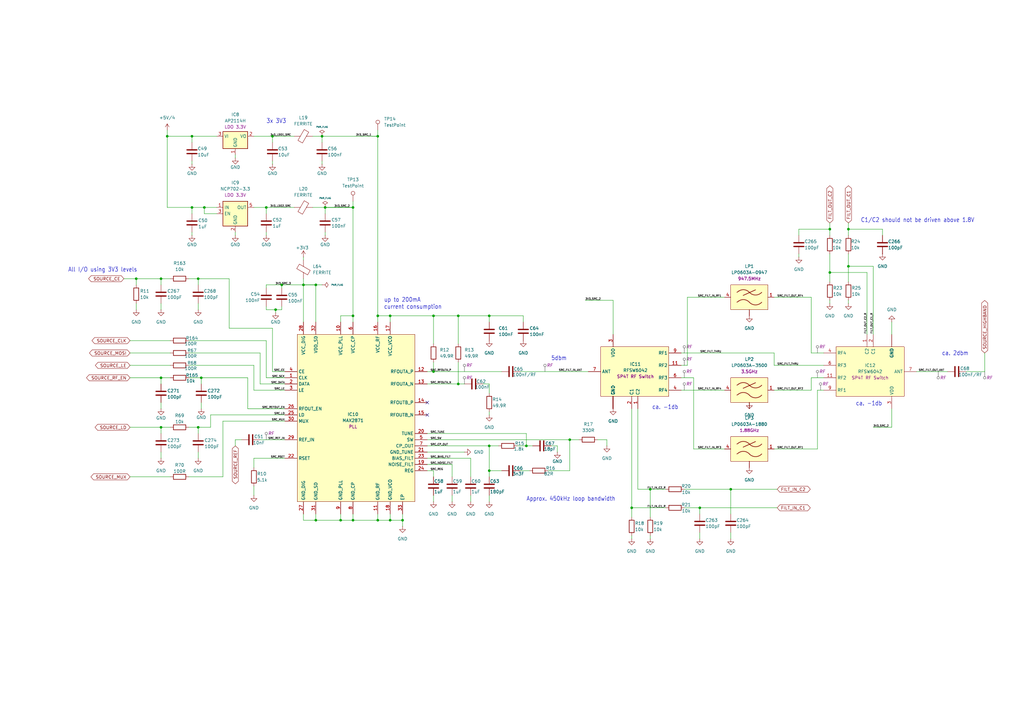
<source format=kicad_sch>
(kicad_sch (version 20231120) (generator "eeschema") (generator_version "8.0")
  (paper "A3")
  (title_block (title "HF Source") (company "LibreVNA"))
  (lib_symbols
    (symbol "Connector:TestPoint" (pin_numbers hide) (pin_names (offset 0.762) hide)
      (property "Reference" "TP" (at 0 6.858 0))
      (property "Value" "TestPoint" (at 0 5.08 0))
      (symbol "TestPoint_1_1"
        (pin passive line (at 0 0 90) (length 2.54) (name "1") (number "1"))
      )
    )
    (symbol "Device:C" (pin_numbers hide) (pin_names (offset 0.254))
      (property "Reference" "C" (at 0.635 2.54 0))
      (property "Value" "C" (at 0.635 -2.54 0))
      (symbol "C_1_1"
        (pin passive line (at 0 3.81 270) (length 2.794) (name "~") (number "1"))
        (pin passive line (at 0 -3.81 90) (length 2.794) (name "~") (number "2"))
      )
    )
    (symbol "Device:FerriteBead" (pin_numbers hide) (pin_names (offset 0))
      (property "Reference" "FB" (at -3.81 0.635 90))
      (property "Value" "FerriteBead" (at 3.81 0 90))
      (symbol "FerriteBead_1_1"
        (pin passive line (at 0 3.81 270) (length 2.54) (name "~") (number "1"))
        (pin passive line (at 0 -3.81 90) (length 2.54) (name "~") (number "2"))
      )
    )
    (symbol "Device:R" (pin_numbers hide) (pin_names (offset 0))
      (property "Reference" "R" (at 2.032 0 90))
      (property "Value" "R" (at 0 0 90))
      (symbol "R_1_1"
        (pin passive line (at 0 3.81 270) (length 1.27) (name "~") (number "1"))
        (pin passive line (at 0 -3.81 90) (length 1.27) (name "~") (number "2"))
      )
    )
    (symbol "Regulator_Linear:AMS1117-3.3"
      (property "Reference" "U" (at -3.81 3.175 0))
      (property "Value" "AMS1117-3.3" (at 0 3.175 0))
      (symbol "AMS1117-3.3_1_1"
        (pin power_in line (at 0 -7.62 90) (length 2.54) (name "GND") (number "1"))
        (pin power_out line (at 7.62 0 180) (length 2.54) (name "VO") (number "2"))
        (pin power_in line (at -7.62 0 0) (length 2.54) (name "VI") (number "3"))
      )
    )
    (symbol "Regulator_Linear:NCP718xSN120"
      (property "Reference" "U" (at -3.81 6.35 0))
      (property "Value" "NCP718xSN120" (at 6.35 6.35 0))
      (symbol "NCP718xSN120_0_1"
        (pin power_in line (at -7.62 2.54 0) (length 2.54) (name "IN") (number "1"))
        (pin power_in line (at 0 -7.62 90) (length 2.54) (name "GND") (number "2"))
        (pin input line (at -7.62 0 0) (length 2.54) (name "EN") (number "3"))
        (pin no_connect line (at 5.08 0 180) (length 2.54) hide (name "NC") (number "4"))
        (pin power_out line (at 7.62 2.54 180) (length 2.54) (name "OUT") (number "5"))
      )
    )
    (symbol "VNA:LP0603A"
      (property "Reference" "LP" (at -1.016 7.62 0))
      (property "Value" "LP0603A" (at -4.318 5.588 0))
      (symbol "LP0603A_1_0"
        (pin bidirectional line (at 10.16 0 180) (length 2.54) (name "OUT") (number "1"))
        (pin power_in line (at 0 -7.62 90) (length 2.54) (name "GND") (number "2"))
        (pin passive line (at 0 -7.62 90) (length 2.54) (name "GND") (number "3"))
        (pin bidirectional line (at -10.16 0 0) (length 2.54) (name "IN") (number "4"))
      )
    )
    (symbol "VNA:MAX2871"
      (property "Reference" "IC" (at 20.066 39.624 0))
      (property "Value" "MAX2871" (at 19.812 36.322 0))
      (symbol "MAX2871_1_0"
        (pin input line (at -27.94 17.78 0) (length 5.08) (name "CLK") (number "1"))
        (pin power_in line (at -5.08 40.64 270) (length 5.08) (name "VCC_PLL") (number "10"))
        (pin power_in line (at 10.16 -38.1 90) (length 5.08) (name "GND_RF") (number "11"))
        (pin bidirectional line (at 30.48 20.32 180) (length 5.08) (name "RFOUTA_P") (number "12"))
        (pin bidirectional line (at 30.48 15.24 180) (length 5.08) (name "RFOUTA_N") (number "13"))
        (pin bidirectional line (at 30.48 7.62 180) (length 5.08) (name "RFOUTB_P") (number "14"))
        (pin bidirectional line (at 30.48 2.54 180) (length 5.08) (name "RFOUTB_N") (number "15"))
        (pin power_in line (at 10.16 40.64 270) (length 5.08) (name "VCC_RF") (number "16"))
        (pin power_in line (at 15.24 40.64 270) (length 5.08) (name "VCC_VCO") (number "17"))
        (pin power_in line (at 15.24 -38.1 90) (length 5.08) (name "GND_VCO") (number "18"))
        (pin bidirectional line (at 30.48 -17.78 180) (length 5.08) (name "NOISE_FILT") (number "19"))
        (pin input line (at -27.94 15.24 0) (length 5.08) (name "DATA") (number "2"))
        (pin bidirectional line (at 30.48 -5.08 180) (length 5.08) (name "TUNE") (number "20"))
        (pin bidirectional line (at 30.48 -12.7 180) (length 5.08) (name "GND_TUNE") (number "21"))
        (pin bidirectional line (at -27.94 -15.24 0) (length 5.08) (name "RSET") (number "22"))
        (pin bidirectional line (at 30.48 -15.24 180) (length 5.08) (name "BIAS_FILT") (number "23"))
        (pin bidirectional line (at 30.48 -20.32 180) (length 5.08) (name "REG") (number "24"))
        (pin output line (at -27.94 2.54 0) (length 5.08) (name "LD") (number "25"))
        (pin input line (at -27.94 5.08 0) (length 5.08) (name "RFOUT_EN") (number "26"))
        (pin power_in line (at -20.32 -38.1 90) (length 5.08) (name "GND_DIG") (number "27"))
        (pin power_in line (at -20.32 40.64 270) (length 5.08) (name "VCC_DIG") (number "28"))
        (pin input line (at -27.94 -7.62 0) (length 5.08) (name "REF_IN") (number "29"))
        (pin input line (at -27.94 12.7 0) (length 5.08) (name "LE") (number "3"))
        (pin bidirectional line (at -27.94 0 0) (length 5.08) (name "MUX") (number "30"))
        (pin power_in line (at -15.24 -38.1 90) (length 5.08) (name "GND_SD") (number "31"))
        (pin power_in line (at -15.24 40.64 270) (length 5.08) (name "VDD_SD") (number "32"))
        (pin power_in line (at 20.32 -38.1 90) (length 5.08) (name "EP") (number "33"))
        (pin bidirectional line (at -27.94 20.32 0) (length 5.08) (name "CE") (number "4"))
        (pin bidirectional line (at 30.48 -7.62 180) (length 5.08) (name "SW") (number "5"))
        (pin power_in line (at 0 40.64 270) (length 5.08) (name "VCC_CP") (number "6"))
        (pin bidirectional line (at 30.48 -10.16 180) (length 5.08) (name "CP_OUT") (number "7"))
        (pin power_in line (at 0 -38.1 90) (length 5.08) (name "GND_CP") (number "8"))
        (pin power_in line (at -5.08 -38.1 90) (length 5.08) (name "GND_PLL") (number "9"))
      )
    )
    (symbol "VNA:RFSW6042"
      (property "Reference" "IC" (at 7.62 13.462 0))
      (property "Value" "RFSW6042" (at 7.62 10.668 0))
      (symbol "RFSW6042_1_0"
        (pin bidirectional line (at 5.08 -15.24 90) (length 5.08) (name "C2") (number "1"))
        (pin passive line (at -5.08 -15.24 90) (length 5.08) (name "GND") (number "10"))
        (pin bidirectional line (at 22.86 2.54 180) (length 5.08) (name "RF2") (number "11"))
        (pin passive line (at -5.08 -15.24 90) (length 5.08) (name "GND") (number "12"))
        (pin passive line (at -5.08 -15.24 90) (length 5.08) (name "GND") (number "13"))
        (pin bidirectional line (at 2.54 -15.24 90) (length 5.08) (name "C1") (number "2"))
        (pin power_in line (at -5.08 15.24 270) (length 5.08) (name "VDD") (number "3"))
        (pin bidirectional line (at 22.86 -7.62 180) (length 5.08) (name "RF4") (number "4"))
        (pin power_in line (at -5.08 -15.24 90) (length 5.08) (name "GND") (number "5"))
        (pin bidirectional line (at 22.86 -2.54 180) (length 5.08) (name "RF3") (number "6"))
        (pin bidirectional line (at -15.24 0 0) (length 5.08) (name "ANT") (number "7"))
        (pin passive line (at -5.08 -15.24 90) (length 5.08) (name "GND") (number "8"))
        (pin bidirectional line (at 22.86 7.62 180) (length 5.08) (name "RF1") (number "9"))
      )
    )
    (symbol "power:GND" (power) (pin_numbers hide) (pin_names (offset 0) hide)
      (property "Value" "GND" (at 0 -3.81 0))
      (symbol "GND_1_1"
        (pin power_in line (at 0 0 270) (length 0) (name "~") (number "1"))
      )
    )
    (symbol "power:PWR_FLAG" (power) (pin_numbers hide) (pin_names (offset 0) hide)
      (property "Value" "PWR_FLAG" (at 0 3.81 0))
      (symbol "PWR_FLAG_0_0"
        (pin power_out line (at 0 0 90) (length 0) (name "~") (number "1"))
      )
    )
    (symbol "power:VCC" (power) (pin_numbers hide) (pin_names (offset 0) hide)
      (property "Value" "VCC" (at 0 3.556 0))
      (symbol "VCC_1_1"
        (pin power_in line (at 0 0 90) (length 0) (name "~") (number "1"))
      )
    )
  )
  (junction (at 66.04 114.3))
  (junction (at 66.04 175.26))
  (junction (at 124.46 116.84))
  (junction (at 177.8 129.54))
  (junction (at 160.02 129.54))
  (junction (at 347.98 93.98))
  (junction (at 66.04 154.94))
  (junction (at 177.8 152.4))
  (junction (at 129.54 213.36))
  (junction (at 144.78 213.36))
  (junction (at 287.02 208.28))
  (junction (at 233.68 180.34))
  (junction (at 111.76 55.88))
  (junction (at 165.1 213.36))
  (junction (at 154.94 129.54))
  (junction (at 187.96 157.48))
  (junction (at 266.7 200.66))
  (junction (at 129.54 116.84))
  (junction (at 154.94 213.36))
  (junction (at 340.36 93.98))
  (junction (at 133.35 85.09))
  (junction (at 82.55 154.94))
  (junction (at 215.9 182.88))
  (junction (at 78.74 55.88))
  (junction (at 160.02 213.36))
  (junction (at 68.58 55.88))
  (junction (at 347.98 109.22))
  (junction (at 113.03 127))
  (junction (at 200.66 182.88))
  (junction (at 81.28 114.3))
  (junction (at 115.57 116.84))
  (junction (at 200.66 129.54))
  (junction (at 83.82 85.09))
  (junction (at 132.08 55.88))
  (junction (at 187.96 129.54))
  (junction (at 144.78 85.09))
  (junction (at 154.94 55.88))
  (junction (at 340.36 111.76))
  (junction (at 144.78 129.54))
  (junction (at 109.22 85.09))
  (junction (at 139.7 213.36))
  (junction (at 200.66 193.04))
  (junction (at 78.74 85.09))
  (junction (at 299.72 200.66))
  (junction (at 81.28 175.26))
  (junction (at 55.88 114.3))
  (junction (at 259.08 208.28))
  (no_connect (at 175.26 170.18))
  (no_connect (at 175.26 165.1))
  (wire (pts (xy 177.8 129.54) (xy 187.96 129.54)) (stroke (width 0.1524)))
  (wire (pts (xy 66.04 154.94) (xy 53.34 154.94)) (stroke (width 0.1524)))
  (wire (pts (xy 279.4 149.86) (xy 281.94 149.86)) (stroke (width 0.1524)))
  (wire (pts (xy 66.04 175.26) (xy 53.34 175.26)) (stroke (width 0.1524)))
  (wire (pts (xy 280.67 208.28) (xy 287.02 208.28)) (stroke (width 0.1524)))
  (wire (pts (xy 109.22 154.94) (xy 116.84 154.94)) (stroke (width 0.1524)))
  (wire (pts (xy 266.7 219.71) (xy 266.7 220.98)))
  (wire (pts (xy 132.08 67.31) (xy 132.08 66.04)) (stroke (width 0.1524)))
  (wire (pts (xy 111.76 66.04) (xy 111.76 67.31)) (stroke (width 0.1524)))
  (wire (pts (xy 132.08 55.88) (xy 154.94 55.88)) (stroke (width 0.1524)))
  (wire (pts (xy 81.28 187.96) (xy 81.28 185.42)) (stroke (width 0.1524)))
  (wire (pts (xy 109.22 154.94) (xy 109.22 139.7)) (stroke (width 0.1524)))
  (wire (pts (xy 299.72 200.66) (xy 318.77 200.66)) (stroke (width 0.1524)))
  (wire (pts (xy 81.28 127) (xy 81.28 124.46)) (stroke (width 0.1524)))
  (wire (pts (xy 69.85 175.26) (xy 66.04 175.26)) (stroke (width 0.1524)))
  (wire (pts (xy 78.74 85.09) (xy 78.74 87.63)) (stroke (width 0.1524)))
  (wire (pts (xy 190.5 185.42) (xy 175.26 185.42)) (stroke (width 0.1524)))
  (wire (pts (xy 365.76 175.26) (xy 365.76 167.64)) (stroke (width 0.1524)))
  (wire (pts (xy 77.47 154.94) (xy 82.55 154.94)) (stroke (width 0.1524)))
  (wire (pts (xy 77.47 139.7) (xy 109.22 139.7)) (stroke (width 0.1524)))
  (wire (pts (xy 78.74 66.04) (xy 78.74 67.31)) (stroke (width 0.1524)))
  (wire (pts (xy 124.46 116.84) (xy 129.54 116.84)) (stroke (width 0.1524)))
  (wire (pts (xy 279.4 160.02) (xy 297.18 160.02)) (stroke (width 0.1524)))
  (wire (pts (xy 340.36 111.76) (xy 340.36 115.57)) (stroke (width 0.1524)))
  (wire (pts (xy 69.85 149.86) (xy 53.34 149.86)) (stroke (width 0.1524)))
  (wire (pts (xy 224.79 193.04) (xy 233.68 193.04)) (stroke (width 0.1524)))
  (wire (pts (xy 154.94 55.88) (xy 154.94 129.54)) (stroke (width 0.1524)))
  (wire (pts (xy 358.14 175.26) (xy 365.76 175.26)) (stroke (width 0.1524)))
  (wire (pts (xy 82.55 154.94) (xy 82.55 157.48)) (stroke (width 0.1524)))
  (wire (pts (xy 116.84 160.02) (xy 104.14 160.02)) (stroke (width 0.1524)))
  (wire (pts (xy 299.72 210.82) (xy 299.72 200.66)) (stroke (width 0.1524)))
  (wire (pts (xy 109.22 118.11) (xy 109.22 116.84)) (stroke (width 0.1524)))
  (wire (pts (xy 154.94 55.88) (xy 154.94 53.34)) (stroke (width 0.1524)))
  (wire (pts (xy 160.02 210.82) (xy 160.02 213.36)) (stroke (width 0.1524)))
  (wire (pts (xy 111.76 152.4) (xy 116.84 152.4)) (stroke (width 0.1524)))
  (wire (pts (xy 160.02 129.54) (xy 160.02 132.08)) (stroke (width 0.1524)))
  (wire (pts (xy 128.27 55.88) (xy 132.08 55.88)) (stroke (width 0.1524)))
  (wire (pts (xy 332.74 160.02) (xy 332.74 154.94)) (stroke (width 0.1524)))
  (wire (pts (xy 111.76 152.4) (xy 111.76 134.62)) (stroke (width 0.1524)))
  (wire (pts (xy 281.94 121.92) (xy 297.18 121.92)) (stroke (width 0.1524)))
  (wire (pts (xy 132.08 116.84) (xy 129.54 116.84)))
  (wire (pts (xy 133.35 85.09) (xy 144.78 85.09)) (stroke (width 0.1524)))
  (wire (pts (xy 317.5 184.15) (xy 335.28 184.15)) (stroke (width 0.1524)))
  (wire (pts (xy 124.46 114.3) (xy 124.46 116.84)) (stroke (width 0.1524)))
  (wire (pts (xy 86.36 170.18) (xy 116.84 170.18)) (stroke (width 0.1524)))
  (wire (pts (xy 109.22 85.09) (xy 120.65 85.09)) (stroke (width 0.1524)))
  (wire (pts (xy 177.8 203.2) (xy 177.8 205.74)) (stroke (width 0.1524)))
  (wire (pts (xy 154.94 210.82) (xy 154.94 213.36)) (stroke (width 0.1524)))
  (wire (pts (xy 340.36 104.14) (xy 340.36 111.76)) (stroke (width 0.1524)))
  (wire (pts (xy 347.98 109.22) (xy 347.98 115.57)) (stroke (width 0.1524)))
  (wire (pts (xy 83.82 85.09) (xy 78.74 85.09)) (stroke (width 0.1524)))
  (wire (pts (xy 307.34 167.64) (xy 307.34 165.1)))
  (wire (pts (xy 88.9 55.88) (xy 78.74 55.88)) (stroke (width 0.1524)))
  (wire (pts (xy 327.66 93.98) (xy 327.66 96.52)) (stroke (width 0.1524)))
  (wire (pts (xy 233.68 180.34) (xy 237.49 180.34)) (stroke (width 0.1524)))
  (wire (pts (xy 200.66 168.91) (xy 200.66 170.18)))
  (wire (pts (xy 185.42 203.2) (xy 185.42 205.74)) (stroke (width 0.1524)))
  (wire (pts (xy 104.14 203.2) (xy 104.14 199.39)) (stroke (width 0.1524)))
  (wire (pts (xy 66.04 165.1) (xy 66.04 167.64)) (stroke (width 0.1524)))
  (wire (pts (xy 347.98 93.98) (xy 361.95 93.98)) (stroke (width 0.1524)))
  (wire (pts (xy 337.82 149.86) (xy 317.5 149.86)) (stroke (width 0.1524)))
  (wire (pts (xy 355.6 111.76) (xy 355.6 137.16)) (stroke (width 0.1524)))
  (wire (pts (xy 332.74 154.94) (xy 337.82 154.94)) (stroke (width 0.1524)))
  (wire (pts (xy 287.02 208.28) (xy 318.77 208.28)) (stroke (width 0.1524)))
  (wire (pts (xy 284.48 184.15) (xy 297.18 184.15)) (stroke (width 0.1524)))
  (wire (pts (xy 139.7 210.82) (xy 139.7 213.36)) (stroke (width 0.1524)))
  (wire (pts (xy 175.26 190.5) (xy 185.42 190.5)) (stroke (width 0.1524)))
  (wire (pts (xy 200.66 157.48) (xy 200.66 161.29)) (stroke (width 0.1524)))
  (wire (pts (xy 69.85 114.3) (xy 66.04 114.3)) (stroke (width 0.1524)))
  (wire (pts (xy 340.36 96.52) (xy 340.36 93.98)) (stroke (width 0.1524)))
  (wire (pts (xy 215.9 182.88) (xy 215.9 177.8)) (stroke (width 0.1524)))
  (wire (pts (xy 129.54 213.36) (xy 139.7 213.36)) (stroke (width 0.1524)))
  (wire (pts (xy 205.74 193.04) (xy 200.66 193.04)) (stroke (width 0.1524)))
  (wire (pts (xy 99.06 180.34) (xy 96.52 180.34)) (stroke (width 0.1524)))
  (wire (pts (xy 111.76 55.88) (xy 111.76 58.42)) (stroke (width 0.1524)))
  (wire (pts (xy 106.68 157.48) (xy 116.84 157.48)) (stroke (width 0.1524)))
  (wire (pts (xy 185.42 190.5) (xy 185.42 195.58)) (stroke (width 0.1524)))
  (wire (pts (xy 361.95 93.98) (xy 361.95 96.52)) (stroke (width 0.1524)))
  (wire (pts (xy 124.46 213.36) (xy 129.54 213.36)) (stroke (width 0.1524)))
  (wire (pts (xy 317.5 160.02) (xy 332.74 160.02)) (stroke (width 0.1524)))
  (wire (pts (xy 187.96 148.59) (xy 187.96 157.48)) (stroke (width 0.1524)))
  (wire (pts (xy 81.28 114.3) (xy 81.28 116.84)) (stroke (width 0.1524)))
  (wire (pts (xy 101.6 167.64) (xy 116.84 167.64)) (stroke (width 0.1524)))
  (wire (pts (xy 86.36 170.18) (xy 86.36 175.26)) (stroke (width 0.1524)))
  (wire (pts (xy 69.85 154.94) (xy 66.04 154.94)) (stroke (width 0.1524)))
  (wire (pts (xy 69.85 139.7) (xy 53.34 139.7)) (stroke (width 0.1524)))
  (wire (pts (xy 266.7 200.66) (xy 261.62 200.66)) (stroke (width 0.1524)))
  (wire (pts (xy 69.85 195.58) (xy 53.34 195.58)) (stroke (width 0.1524)))
  (wire (pts (xy 109.22 125.73) (xy 109.22 127)) (stroke (width 0.1524)))
  (wire (pts (xy 396.24 152.4) (xy 403.86 152.4)) (stroke (width 0.1524)))
  (wire (pts (xy 240.03 123.19) (xy 251.46 123.19)))
  (wire (pts (xy 144.78 129.54) (xy 144.78 132.08)) (stroke (width 0.1524)))
  (wire (pts (xy 69.85 144.78) (xy 53.34 144.78)) (stroke (width 0.1524)))
  (wire (pts (xy 200.66 182.88) (xy 204.47 182.88)) (stroke (width 0.1524)))
  (wire (pts (xy 66.04 114.3) (xy 55.88 114.3)) (stroke (width 0.1524)))
  (wire (pts (xy 175.26 180.34) (xy 233.68 180.34)) (stroke (width 0.1524)))
  (wire (pts (xy 128.27 85.09) (xy 133.35 85.09)) (stroke (width 0.1524)))
  (wire (pts (xy 104.14 187.96) (xy 104.14 191.77)) (stroke (width 0.1524)))
  (wire (pts (xy 115.57 116.84) (xy 124.46 116.84)) (stroke (width 0.1524)))
  (wire (pts (xy 160.02 213.36) (xy 165.1 213.36)) (stroke (width 0.1524)))
  (wire (pts (xy 273.05 208.28) (xy 259.08 208.28)) (stroke (width 0.1524)))
  (wire (pts (xy 93.98 134.62) (xy 111.76 134.62)) (stroke (width 0.1524)))
  (wire (pts (xy 340.36 93.98) (xy 340.36 91.44)) (stroke (width 0.1524)))
  (wire (pts (xy 259.08 208.28) (xy 259.08 212.09)) (stroke (width 0.1524)))
  (wire (pts (xy 200.66 203.2) (xy 200.66 205.74)) (stroke (width 0.1524)))
  (wire (pts (xy 200.66 193.04) (xy 200.66 182.88)) (stroke (width 0.1524)))
  (wire (pts (xy 66.04 185.42) (xy 66.04 187.96)) (stroke (width 0.1524)))
  (wire (pts (xy 124.46 132.08) (xy 124.46 116.84)) (stroke (width 0.1524)))
  (wire (pts (xy 358.14 109.22) (xy 358.14 137.16)) (stroke (width 0.1524)))
  (wire (pts (xy 365.76 132.08) (xy 365.76 137.16)) (stroke (width 0.1524)))
  (wire (pts (xy 96.52 63.5) (xy 96.52 64.77)))
  (wire (pts (xy 187.96 129.54) (xy 200.66 129.54)) (stroke (width 0.1524)))
  (wire (pts (xy 154.94 129.54) (xy 160.02 129.54)) (stroke (width 0.1524)))
  (wire (pts (xy 266.7 212.09) (xy 266.7 200.66)) (stroke (width 0.1524)))
  (wire (pts (xy 335.28 160.02) (xy 337.82 160.02)) (stroke (width 0.1524)))
  (wire (pts (xy 115.57 118.11) (xy 115.57 116.84)) (stroke (width 0.1524)))
  (wire (pts (xy 104.14 149.86) (xy 77.47 149.86)) (stroke (width 0.1524)))
  (wire (pts (xy 133.35 85.09) (xy 133.35 87.63)) (stroke (width 0.1524)))
  (wire (pts (xy 226.06 182.88) (xy 228.6 182.88)) (stroke (width 0.1524)))
  (wire (pts (xy 82.55 167.64) (xy 82.55 165.1)) (stroke (width 0.1524)))
  (wire (pts (xy 175.26 177.8) (xy 215.9 177.8)) (stroke (width 0.1524)))
  (wire (pts (xy 279.4 144.78) (xy 317.5 144.78)) (stroke (width 0.1524)))
  (wire (pts (xy 200.66 195.58) (xy 200.66 193.04)) (stroke (width 0.1524)))
  (wire (pts (xy 115.57 127) (xy 113.03 127)) (stroke (width 0.1524)))
  (wire (pts (xy 104.14 85.09) (xy 109.22 85.09)) (stroke (width 0.1524)))
  (wire (pts (xy 193.04 203.2) (xy 193.04 205.74)) (stroke (width 0.1524)))
  (wire (pts (xy 228.6 182.88) (xy 228.6 185.42)) (stroke (width 0.1524)))
  (wire (pts (xy 139.7 129.54) (xy 144.78 129.54)) (stroke (width 0.1524)))
  (wire (pts (xy 101.6 154.94) (xy 82.55 154.94)) (stroke (width 0.1524)))
  (wire (pts (xy 165.1 213.36) (xy 165.1 215.9)) (stroke (width 0.1524)))
  (wire (pts (xy 213.36 193.04) (xy 217.17 193.04)) (stroke (width 0.1524)))
  (wire (pts (xy 104.14 187.96) (xy 116.84 187.96)) (stroke (width 0.1524)))
  (wire (pts (xy 177.8 193.04) (xy 177.8 195.58)) (stroke (width 0.1524)))
  (wire (pts (xy 129.54 210.82) (xy 129.54 213.36)) (stroke (width 0.1524)))
  (wire (pts (xy 154.94 213.36) (xy 160.02 213.36)) (stroke (width 0.1524)))
  (wire (pts (xy 78.74 55.88) (xy 68.58 55.88)) (stroke (width 0.1524)))
  (wire (pts (xy 187.96 140.97) (xy 187.96 129.54)) (stroke (width 0.1524)))
  (wire (pts (xy 175.26 157.48) (xy 187.96 157.48)) (stroke (width 0.1524)))
  (wire (pts (xy 104.14 55.88) (xy 111.76 55.88)) (stroke (width 0.1524)))
  (wire (pts (xy 106.68 144.78) (xy 106.68 157.48)) (stroke (width 0.1524)))
  (wire (pts (xy 233.68 193.04) (xy 233.68 180.34)) (stroke (width 0.1524)))
  (wire (pts (xy 332.74 144.78) (xy 337.82 144.78)) (stroke (width 0.1524)))
  (wire (pts (xy 83.82 87.63) (xy 83.82 85.09)) (stroke (width 0.1524)))
  (wire (pts (xy 187.96 157.48) (xy 190.5 157.48)) (stroke (width 0.1524)))
  (wire (pts (xy 327.66 104.14) (xy 327.66 105.41)))
  (wire (pts (xy 177.8 152.4) (xy 177.8 148.59)) (stroke (width 0.1524)))
  (wire (pts (xy 139.7 213.36) (xy 144.78 213.36)) (stroke (width 0.1524)))
  (wire (pts (xy 175.26 193.04) (xy 177.8 193.04)) (stroke (width 0.1524)))
  (wire (pts (xy 81.28 175.26) (xy 81.28 177.8)) (stroke (width 0.1524)))
  (wire (pts (xy 317.5 149.86) (xy 317.5 144.78)) (stroke (width 0.1524)))
  (wire (pts (xy 154.94 129.54) (xy 154.94 132.08)) (stroke (width 0.1524)))
  (wire (pts (xy 68.58 55.88) (xy 68.58 53.34)) (stroke (width 0.1524)))
  (wire (pts (xy 96.52 180.34) (xy 96.52 182.88)) (stroke (width 0.1524)))
  (wire (pts (xy 144.78 82.55) (xy 144.78 85.09)) (stroke (width 0.1524)))
  (wire (pts (xy 340.36 93.98) (xy 327.66 93.98)) (stroke (width 0.1524)))
  (wire (pts (xy 332.74 121.92) (xy 332.74 144.78)) (stroke (width 0.1524)))
  (wire (pts (xy 109.22 127) (xy 113.03 127)) (stroke (width 0.1524)))
  (wire (pts (xy 106.68 180.34) (xy 116.84 180.34)) (stroke (width 0.1524)))
  (wire (pts (xy 193.04 187.96) (xy 193.04 195.58)) (stroke (width 0.1524)))
  (wire (pts (xy 78.74 95.25) (xy 78.74 96.52)) (stroke (width 0.1524)))
  (wire (pts (xy 284.48 154.94) (xy 279.4 154.94)) (stroke (width 0.1524)))
  (wire (pts (xy 347.98 93.98) (xy 347.98 91.44)) (stroke (width 0.1524)))
  (wire (pts (xy 77.47 144.78) (xy 106.68 144.78)) (stroke (width 0.1524)))
  (wire (pts (xy 248.92 180.34) (xy 248.92 182.88)) (stroke (width 0.1524)))
  (wire (pts (xy 177.8 152.4) (xy 175.26 152.4)) (stroke (width 0.1524)))
  (wire (pts (xy 133.35 85.09) (xy 144.78 85.09)))
  (wire (pts (xy 317.5 121.92) (xy 332.74 121.92)) (stroke (width 0.1524)))
  (wire (pts (xy 213.36 152.4) (xy 241.3 152.4)) (stroke (width 0.1524)))
  (wire (pts (xy 66.04 154.94) (xy 66.04 157.48)) (stroke (width 0.1524)))
  (wire (pts (xy 91.44 172.72) (xy 116.84 172.72)) (stroke (width 0.1524)))
  (wire (pts (xy 113.03 127) (xy 113.03 128.27)) (stroke (width 0.1524)))
  (wire (pts (xy 403.86 152.4) (xy 403.86 144.78)) (stroke (width 0.1524)))
  (wire (pts (xy 284.48 184.15) (xy 284.48 154.94)) (stroke (width 0.1524)))
  (wire (pts (xy 66.04 124.46) (xy 66.04 127)) (stroke (width 0.1524)))
  (wire (pts (xy 340.36 123.19) (xy 340.36 124.46)))
  (wire (pts (xy 132.08 58.42) (xy 132.08 55.88)) (stroke (width 0.1524)))
  (wire (pts (xy 287.02 210.82) (xy 287.02 208.28)) (stroke (width 0.1524)))
  (wire (pts (xy 287.02 220.98) (xy 287.02 218.44)) (stroke (width 0.1524)))
  (wire (pts (xy 152.4 55.88) (xy 154.94 55.88)))
  (wire (pts (xy 124.46 210.82) (xy 124.46 213.36)) (stroke (width 0.1524)))
  (wire (pts (xy 96.52 95.25) (xy 96.52 96.52)) (stroke (width 0.1524)))
  (wire (pts (xy 218.44 182.88) (xy 215.9 182.88)) (stroke (width 0.1524)))
  (wire (pts (xy 55.88 114.3) (xy 50.8 114.3)) (stroke (width 0.1524)))
  (wire (pts (xy 160.02 129.54) (xy 177.8 129.54)) (stroke (width 0.1524)))
  (wire (pts (xy 109.22 116.84) (xy 115.57 116.84)) (stroke (width 0.1524)))
  (wire (pts (xy 77.47 175.26) (xy 81.28 175.26)) (stroke (width 0.1524)))
  (wire (pts (xy 144.78 85.09) (xy 144.78 129.54)) (stroke (width 0.1524)))
  (wire (pts (xy 266.7 200.66) (xy 273.05 200.66)) (stroke (width 0.1524)))
  (wire (pts (xy 144.78 210.82) (xy 144.78 213.36)) (stroke (width 0.1524)))
  (wire (pts (xy 124.46 105.41) (xy 124.46 106.68)))
  (wire (pts (xy 109.22 85.09) (xy 109.22 87.63)) (stroke (width 0.1524)))
  (wire (pts (xy 144.78 213.36) (xy 154.94 213.36)) (stroke (width 0.1524)))
  (wire (pts (xy 101.6 167.64) (xy 101.6 154.94)) (stroke (width 0.1524)))
  (wire (pts (xy 55.88 124.46) (xy 55.88 127)))
  (wire (pts (xy 280.67 200.66) (xy 299.72 200.66)) (stroke (width 0.1524)))
  (wire (pts (xy 340.36 111.76) (xy 355.6 111.76)) (stroke (width 0.1524)))
  (wire (pts (xy 214.63 129.54) (xy 214.63 132.08)) (stroke (width 0.1524)))
  (wire (pts (xy 129.54 132.08) (xy 129.54 116.84)) (stroke (width 0.1524)))
  (wire (pts (xy 88.9 85.09) (xy 83.82 85.09)) (stroke (width 0.1524)))
  (wire (pts (xy 175.26 187.96) (xy 193.04 187.96)) (stroke (width 0.1524)))
  (wire (pts (xy 335.28 184.15) (xy 335.28 160.02)) (stroke (width 0.1524)))
  (wire (pts (xy 248.92 180.34) (xy 245.11 180.34)) (stroke (width 0.1524)))
  (wire (pts (xy 347.98 104.14) (xy 347.98 109.22)) (stroke (width 0.1524)))
  (wire (pts (xy 165.1 213.36) (xy 165.1 210.82)) (stroke (width 0.1524)))
  (wire (pts (xy 78.74 85.09) (xy 68.58 85.09)) (stroke (width 0.1524)))
  (wire (pts (xy 104.14 149.86) (xy 104.14 160.02)) (stroke (width 0.1524)))
  (wire (pts (xy 177.8 152.4) (xy 205.74 152.4)) (stroke (width 0.1524)))
  (wire (pts (xy 109.22 95.25) (xy 109.22 96.52)) (stroke (width 0.1524)))
  (wire (pts (xy 129.54 116.84) (xy 124.46 116.84)))
  (wire (pts (xy 66.04 116.84) (xy 66.04 114.3)) (stroke (width 0.1524)))
  (wire (pts (xy 347.98 109.22) (xy 358.14 109.22)) (stroke (width 0.1524)))
  (wire (pts (xy 200.66 132.08) (xy 200.66 129.54)) (stroke (width 0.1524)))
  (wire (pts (xy 251.46 123.19) (xy 251.46 137.16)) (stroke (width 0.1524)))
  (wire (pts (xy 78.74 55.88) (xy 78.74 58.42)) (stroke (width 0.1524)))
  (wire (pts (xy 77.47 114.3) (xy 81.28 114.3)) (stroke (width 0.1524)))
  (wire (pts (xy 68.58 85.09) (xy 68.58 55.88)) (stroke (width 0.1524)))
  (wire (pts (xy 86.36 175.26) (xy 81.28 175.26)) (stroke (width 0.1524)))
  (wire (pts (xy 259.08 219.71) (xy 259.08 220.98)))
  (wire (pts (xy 91.44 195.58) (xy 77.47 195.58)) (stroke (width 0.1524)))
  (wire (pts (xy 175.26 182.88) (xy 200.66 182.88)) (stroke (width 0.1524)))
  (wire (pts (xy 347.98 123.19) (xy 347.98 124.46)))
  (wire (pts (xy 261.62 200.66) (xy 261.62 167.64)) (stroke (width 0.1524)))
  (wire (pts (xy 133.35 96.52) (xy 133.35 95.25)) (stroke (width 0.1524)))
  (wire (pts (xy 198.12 157.48) (xy 200.66 157.48)) (stroke (width 0.1524)))
  (wire (pts (xy 200.66 129.54) (xy 214.63 129.54)) (stroke (width 0.1524)))
  (wire (pts (xy 375.92 152.4) (xy 388.62 152.4)) (stroke (width 0.1524)))
  (wire (pts (xy 281.94 149.86) (xy 281.94 121.92)) (stroke (width 0.1524)))
  (wire (pts (xy 347.98 96.52) (xy 347.98 93.98)) (stroke (width 0.1524)))
  (wire (pts (xy 139.7 132.08) (xy 139.7 129.54)) (stroke (width 0.1524)))
  (wire (pts (xy 88.9 87.63) (xy 83.82 87.63)) (stroke (width 0.1524)))
  (wire (pts (xy 177.8 129.54) (xy 177.8 140.97)) (stroke (width 0.1524)))
  (wire (pts (xy 115.57 127) (xy 115.57 125.73)) (stroke (width 0.1524)))
  (wire (pts (xy 259.08 167.64) (xy 259.08 208.28)) (stroke (width 0.1524)))
  (wire (pts (xy 91.44 172.72) (xy 91.44 195.58)) (stroke (width 0.1524)))
  (wire (pts (xy 93.98 114.3) (xy 81.28 114.3)) (stroke (width 0.1524)))
  (wire (pts (xy 111.76 55.88) (xy 120.65 55.88)) (stroke (width 0.1524)))
  (wire (pts (xy 299.72 220.98) (xy 299.72 218.44)) (stroke (width 0.1524)))
  (wire (pts (xy 55.88 116.84) (xy 55.88 114.3)) (stroke (width 0.1524)))
  (wire (pts (xy 212.09 182.88) (xy 215.9 182.88)) (stroke (width 0.1524)))
  (wire (pts (xy 93.98 114.3) (xy 93.98 134.62)) (stroke (width 0.1524)))
  (wire (pts (xy 66.04 175.26) (xy 66.04 177.8)) (stroke (width 0.1524)))
  (text "C1/C2 should not be driven above 1.8V" (at 353.06 91.44 0) (effects (font (size 1.778 1.5113)) (justify left bottom)))
  (text "All I/O using 3V3 levels" (at 27.94 111.76 0) (effects (font (size 1.778 1.5113)) (justify left bottom)))
  (text "3x 3V3" (at 109.22 50.8 0) (effects (font (size 1.778 1.5113)) (justify left bottom)))
  (text "up to 200mA\ncurrent consumption" (at 157.48 127 0) (effects (font (size 1.778 1.5113)) (justify left bottom)))
  (text "ca. 2dbm" (at 386.334 146.05 0) (effects (font (size 1.778 1.5113)) (justify left bottom)))
  (text "ca. -1db" (at 267.462 168.148 0) (effects (font (size 1.778 1.5113)) (justify left bottom)))
  (text "5dbm" (at 226.06 148.082 0) (effects (font (size 1.778 1.5113)) (justify left bottom)))
  (text "Approx. 450kHz loop bandwidth" (at 215.9 205.74 0) (effects (font (size 1.778 1.5113)) (justify left bottom)))
  (text "ca. -1db" (at 351.028 166.624 0) (effects (font (size 1.778 1.5113)) (justify left bottom)))
  (label "SRC_LD" (at 116.84 170.18 180) (effects (font (size 0.762 0.762))))
  (label "SRC_FILT_OUT_RF2" (at 318.77 160.02 0) (effects (font (size 0.762 0.762))))
  (label "SRC_RSET" (at 116.84 187.96 180) (effects (font (size 0.762 0.762))))
  (label "SRC_FILT_IN_ANT" (at 238.76 152.4 180) (effects (font (size 0.762 0.762))))
  (label "3V3_LDO2_SRC" (at 119.38 85.09 180) (effects (font (size 0.762 0.762))))
  (label "3V3_SRC_2" (at 358.14 175.26 0) (effects (font (size 0.762 0.762))))
  (label "3v3_LDO1_SRC" (at 119.38 55.88 180) (effects (font (size 0.762 0.762))))
  (label "SRC_REF_IN" (at 116.84 180.34 180) (effects (font (size 0.762 0.762))))
  (label "FILT_OUT_C1_R" (at 358.14 128.27 270) (effects (font (size 0.762 0.762))))
  (label "SRC_FILT_OUT_RF1" (at 318.77 184.15 0) (effects (font (size 0.762 0.762))))
  (label "SRC_FILT_IN_RF4" (at 295.91 160.02 180) (effects (font (size 0.762 0.762))))
  (label "SRC_BIAS_FILT" (at 176.53 187.96 0) (effects (font (size 0.762 0.762))))
  (label "3V3_SRC_3" (at 119.38 116.84 180) (effects (font (size 0.762 0.762))))
  (label "SRC_FILT_IN_RF1" (at 295.91 121.92 180) (effects (font (size 0.762 0.762))))
  (label "SRC_CE" (at 116.84 152.4 180) (effects (font (size 0.762 0.762))))
  (label "SRC_DATA" (at 116.84 157.48 180) (effects (font (size 0.762 0.762))))
  (label "SRC_REFOUT_EN" (at 116.84 167.64 180) (effects (font (size 0.762 0.762))))
  (label "SRC_RFOUTA_N" (at 176.53 157.48 0) (effects (font (size 0.762 0.762))))
  (label "SRC_FILT_THRU" (at 318.77 149.86 0) (effects (font (size 0.762 0.762))))
  (label "FILT_OUT_C2_R" (at 355.6 128.27 270) (effects (font (size 0.762 0.762))))
  (label "SRC_SW" (at 176.53 180.34 0) (effects (font (size 0.762 0.762))))
  (label "3V3_SRC_2" (at 143.51 85.09 180) (effects (font (size 0.762 0.762))))
  (label "SRC_REG" (at 176.53 193.04 0) (effects (font (size 0.762 0.762))))
  (label "SRC_RFOUTA_P" (at 176.53 152.4 0) (effects (font (size 0.762 0.762))))
  (label "SRC_NOISE_FILT" (at 176.53 190.5 0) (effects (font (size 0.762 0.762))))
  (label "3V3_SRC_2" (at 240.03 123.19 0) (effects (font (size 0.762 0.762))))
  (label "FILT_IN_C1_R" (at 273.05 208.28 180) (effects (font (size 0.762 0.762))))
  (label "SRC_LE" (at 116.84 160.02 180) (effects (font (size 0.762 0.762))))
  (label "FILT_IN_C2_R" (at 273.05 200.66 180) (effects (font (size 0.762 0.762))))
  (label "SRC_TUNE" (at 176.53 177.8 0) (effects (font (size 0.762 0.762))))
  (label "SRC_MUX" (at 116.84 172.72 180) (effects (font (size 0.762 0.762))))
  (label "SRC_FILT_OUT_RF4" (at 318.77 121.92 0) (effects (font (size 0.762 0.762))))
  (label "SRC_CP_OUT" (at 176.53 182.88 0) (effects (font (size 0.762 0.762))))
  (label "SRC_FILT_OUT_ANT" (at 387.35 152.4 180) (effects (font (size 0.762 0.762))))
  (label "SRC_SCK" (at 116.84 154.94 180) (effects (font (size 0.762 0.762))))
  (label "3V3_SRC_1" (at 152.4 55.88 180) (effects (font (size 0.762 0.762))))
  (label "SRC_FILT_THRU" (at 295.91 144.78 180) (effects (font (size 0.762 0.762))))
  (label "SRC_FILT_IN_RF3" (at 295.91 184.15 180) (effects (font (size 0.762 0.762))))
  (global_label "SOURCE_MOSI" (shape bidirectional) (at 53.34 144.78 180) (property "Intersheetrefs" "${INTERSHEET_REFS}" (at 36.1202 144.78 0) (effects (justify right))))
  (global_label "SOURCE_RF_EN" (shape bidirectional) (at 53.34 154.94 180) (property "Intersheetrefs" "${INTERSHEET_REFS}" (at 34.9107 154.94 0) (effects (justify right))))
  (global_label "FILT_IN_C2" (shape bidirectional) (at 318.77 200.66 0) (property "Intersheetrefs" "${INTERSHEET_REFS}" (at 332.9056 200.66 0) (effects (justify left))))
  (global_label "FILT_OUT_C1" (shape bidirectional) (at 347.98 91.44 90) (property "Intersheetrefs" "${INTERSHEET_REFS}" (at 347.98 75.6111 90) (effects (justify left))))
  (global_label "SOURCE_CE" (shape bidirectional) (at 50.8 114.3 180) (property "Intersheetrefs" "${INTERSHEET_REFS}" (at 35.7574 114.3 0) (effects (justify right))))
  (global_label "SOURCE_LE" (shape bidirectional) (at 53.34 149.86 180) (property "Intersheetrefs" "${INTERSHEET_REFS}" (at 38.5393 149.86 0) (effects (justify right))))
  (global_label "SOURCE_REF" (shape bidirectional) (at 96.52 182.88 270) (property "Intersheetrefs" "${INTERSHEET_REFS}" (at 96.52 199.0112 90) (effects (justify right))))
  (global_label "FILT_IN_C1" (shape bidirectional) (at 318.77 208.28 0) (property "Intersheetrefs" "${INTERSHEET_REFS}" (at 332.9056 208.28 0) (effects (justify left))))
  (global_label "SOURCE_HIGHBAND" (shape bidirectional) (at 403.86 144.78 90) (property "Intersheetrefs" "${INTERSHEET_REFS}" (at 403.86 122.6615 90) (effects (justify left))))
  (global_label "FILT_OUT_C2" (shape bidirectional) (at 340.36 91.44 90) (property "Intersheetrefs" "${INTERSHEET_REFS}" (at 340.36 75.6111 90) (effects (justify left))))
  (global_label "SOURCE_LD" (shape bidirectional) (at 53.34 175.26 180) (property "Intersheetrefs" "${INTERSHEET_REFS}" (at 38.4183 175.26 0) (effects (justify right))))
  (global_label "SOURCE_CLK" (shape bidirectional) (at 53.34 139.7 180) (property "Intersheetrefs" "${INTERSHEET_REFS}" (at 37.1483 139.7 0) (effects (justify right))))
  (global_label "SOURCE_MUX" (shape bidirectional) (at 53.34 195.58 180) (property "Intersheetrefs" "${INTERSHEET_REFS}" (at 36.725 195.58 0) (effects (justify right))))
  (netclass_flag "" (length 2.54) (shape round) (at 190.5 157.48 0) (property "Netclass" "RF" (at 191.1985 154.94 0) (effects (font (italic yes)) (justify left))))
  (netclass_flag "" (length 2.54) (shape round) (at 335.28 154.94 0) (property "Netclass" "RF" (at 335.9785 152.4 0) (effects (font (italic yes)) (justify left))))
  (netclass_flag "" (length 2.54) (shape round) (at 335.28 144.78 0) (property "Netclass" "RF" (at 335.9785 142.24 0) (effects (font (italic yes)) (justify left))))
  (netclass_flag "" (length 2.54) (shape round) (at 280.67 154.94 0) (property "Netclass" "RF" (at 281.3685 152.4 0) (effects (font (italic yes)) (justify left))))
  (netclass_flag "" (length 2.54) (shape round) (at 109.22 180.34 0) (property "Netclass" "RF" (at 109.9185 177.8 0) (effects (font (italic yes)) (justify left))))
  (netclass_flag "" (length 2.54) (shape round) (at 223.52 152.4 0) (property "Netclass" "RF" (at 224.2185 149.86 0) (effects (font (italic yes)) (justify left))))
  (netclass_flag "" (length 2.54) (shape round) (at 280.67 160.02 0) (property "Netclass" "RF" (at 281.3685 157.48 0) (effects (font (italic yes)) (justify left))))
  (netclass_flag "" (length 2.54) (shape round) (at 280.67 144.78 0) (property "Netclass" "RF" (at 281.3685 142.24 0) (effects (font (italic yes)) (justify left))))
  (netclass_flag "" (length 2.54) (shape round) (at 190.5 152.4 0) (property "Netclass" "RF" (at 191.1985 149.86 0) (effects (font (italic yes)) (justify left))))
  (netclass_flag "" (length 2.54) (shape round) (at 403.86 152.4 180) (property "Netclass" "RF" (at 404.5585 154.94 0) (effects (font (italic yes)) (justify left))))
  (netclass_flag "" (length 2.54) (shape round) (at 384.81 152.4 180) (property "Netclass" "RF" (at 385.5085 154.94 0) (effects (font (italic yes)) (justify left))))
  (netclass_flag "" (length 2.54) (shape round) (at 336.55 160.02 0) (property "Netclass" "RF" (at 337.2485 157.48 0) (effects (font (italic yes)) (justify left))))
  (netclass_flag "" (length 2.54) (shape round) (at 280.67 149.86 0) (property "Netclass" "RF" (at 281.3685 147.32 0) (effects (font (italic yes)) (justify left))))
  (symbol (lib_id "power:GND") (at 82.55 167.64 0) (unit 1)
    (property "Reference" "#GND0224" (effects (hide yes)))
    (property "Value" "GND" (at 82.55 171.196 0))
    (property "Description" "Power symbol creates a global label with name \"GND\" , ground" (effects (hide yes)))
  )
  (symbol (lib_id "power:GND") (at 81.28 127 0) (unit 1)
    (property "Reference" "#GND0218" (effects (hide yes)))
    (property "Value" "GND" (at 81.28 132.08 0))
    (property "Description" "Power symbol creates a global label with name \"GND\" , ground" (effects (hide yes)))
  )
  (symbol (lib_id "Device:R") (at 220.98 193.04 90) (unit 1)
    (property "Reference" "R16" (at 225.806 192.024 90))
    (property "Value" "82R" (at 225.044 194.31 90))
    (property "Footprint" "Resistor_SMD:R_0402_1005Metric" (effects (hide yes)))
    (property "Description" "Resistor" (effects (hide yes)))
    (property "Characteristic" "1%" (effects (hide yes)))
  )
  (symbol (lib_id "Regulator_Linear:NCP718xSN120") (at 96.52 87.63 0) (unit 1)
    (property "Reference" "IC9" (at 96.52 74.93 0))
    (property "Value" "NCP702-3.3" (at 96.52 77.47 0))
    (property "Footprint" "Package_TO_SOT_SMD:SOT-23-5" (effects (hide yes)))
    (property "MPN" "NCP702SN33T1G" (effects (hide yes)))
    (property "Comment" "LDO 3.3V" (at 96.52 80.01 0))
  )
  (symbol (lib_id "Device:C") (at 132.08 62.23 0) (unit 1)
    (property "Reference" "C56" (at 134.366 60.96 0) (effects (justify left)))
    (property "Value" "100nF" (at 134.366 63.5 0) (effects (justify left)))
    (property "Footprint" "Capacitor_SMD:C_0402_1005Metric" (effects (hide yes)))
    (property "Description" "Unpolarized capacitor" (effects (hide yes)))
  )
  (symbol (lib_id "Device:C") (at 133.35 91.44 0) (unit 1)
    (property "Reference" "C57" (at 135.89 90.17 0) (effects (justify left)))
    (property "Value" "100nF" (at 135.89 92.71 0) (effects (justify left)))
    (property "Footprint" "Capacitor_SMD:C_0402_1005Metric" (effects (hide yes)))
    (property "Description" "Unpolarized capacitor" (effects (hide yes)))
  )
  (symbol (lib_id "Device:C") (at 327.66 100.33 0) (unit 1)
    (property "Reference" "C265" (at 329.946 99.06 0) (effects (justify left)))
    (property "Value" "100pF" (at 329.946 101.6 0) (effects (justify left)))
    (property "Footprint" "Capacitor_SMD:C_0402_1005Metric" (effects (hide yes)))
    (property "Description" "Unpolarized capacitor" (effects (hide yes)))
    (property "Characteristic" "25V" (effects (hide yes)))
  )
  (symbol (lib_id "power:GND") (at 299.72 220.98 0) (unit 1)
    (property "Reference" "#GND0190" (effects (hide yes)))
    (property "Value" "GND" (at 299.72 226.06 0))
    (property "Description" "Power symbol creates a global label with name \"GND\" , ground" (effects (hide yes)))
  )
  (symbol (lib_id "Device:FerriteBead") (at 124.46 85.09 90) (unit 1)
    (property "Reference" "L20" (at 124.4092 77.47 90))
    (property "Value" "FERRITE" (at 124.4092 80.01 90))
    (property "Footprint" "Resistor_SMD:R_0402_1005Metric" (effects (hide yes)))
    (property "Description" "Ferrite bead" (effects (hide yes)))
    (property "MPN" "BLM15AX601SN1" (effects (hide yes)))
  )
  (symbol (lib_id "Device:R") (at 347.98 119.38 0) (unit 1)
    (property "Reference" "R25" (at 349.25 118.11 0) (effects (justify left)))
    (property "Value" "10k" (at 349.25 120.65 0) (effects (justify left)))
    (property "Footprint" "Resistor_SMD:R_0402_1005Metric" (effects (hide yes)))
    (property "Description" "Resistor" (effects (hide yes)))
    (property "Characteristic" "1%" (effects (hide yes)))
  )
  (symbol (lib_id "power:GND") (at 340.36 124.46 0) (unit 1)
    (property "Reference" "#GND0202" (effects (hide yes)))
    (property "Value" "GND" (at 340.36 129.54 0))
    (property "Description" "Power symbol creates a global label with name \"GND\" , ground" (effects (hide yes)))
  )
  (symbol (lib_id "power:GND") (at 251.46 167.64 0) (unit 1)
    (property "Reference" "#GND0210" (effects (hide yes)))
    (property "Value" "GND" (at 251.46 172.72 0))
    (property "Description" "Power symbol creates a global label with name \"GND\" , ground" (effects (hide yes)))
  )
  (symbol (lib_id "power:PWR_FLAG") (at 133.35 85.09 0) (unit 1)
    (property "Reference" "#FLG0116" (effects (hide yes)))
    (property "Value" "PWR_FLAG" (at 133.35 81.28 0) (effects (font (size 0.635 0.635))))
    (property "Description" "Special symbol for telling ERC where power comes from" (effects (hide yes)))
  )
  (symbol (lib_id "Device:C") (at 102.87 180.34 90) (unit 1)
    (property "Reference" "C51" (at 106.172 179.07 90))
    (property "Value" "10nF" (at 106.172 181.61 90))
    (property "Footprint" "Capacitor_SMD:C_0402_1005Metric" (effects (hide yes)))
    (property "Description" "Unpolarized capacitor" (effects (hide yes)))
    (property "Characteristic" "25V" (effects (hide yes)))
  )
  (symbol (lib_id "Device:C") (at 115.57 121.92 0) (unit 1)
    (property "Reference" "C55" (at 118.11 120.904 0) (effects (justify left)))
    (property "Value" "100nF" (at 118.11 123.444 0) (effects (justify left)))
    (property "Footprint" "Capacitor_SMD:C_0402_1005Metric" (effects (hide yes)))
    (property "Description" "Unpolarized capacitor" (effects (hide yes)))
  )
  (symbol (lib_id "Device:C") (at 392.43 152.4 90) (unit 1)
    (property "Reference" "C68" (at 395.732 151.13 90))
    (property "Value" "100nF/RF" (at 398.018 153.67 90))
    (property "Footprint" "Capacitor_SMD:C_0402_1005Metric" (effects (hide yes)))
    (property "Description" "Unpolarized capacitor" (effects (hide yes)))
    (property "Characteristic" "broadband capacitor (e.g. ATC 530L series: ATC 530104KT16T)" (effects (hide yes)))
  )
  (symbol (lib_id "Device:C") (at 81.28 181.61 0) (unit 1)
    (property "Reference" "C274" (at 83.82 180.594 0) (effects (justify left)))
    (property "Value" "100pF" (at 83.82 183.134 0) (effects (justify left)))
    (property "Footprint" "Capacitor_SMD:C_0402_1005Metric" (effects (hide yes)))
    (property "Description" "Unpolarized capacitor" (effects (hide yes)))
    (property "Characteristic" "25V" (effects (hide yes)))
  )
  (symbol (lib_id "power:PWR_FLAG") (at 132.08 116.84 270) (unit 1)
    (property "Reference" "#FLG0114" (effects (hide yes)))
    (property "Value" "PWR_FLAG" (at 135.89 116.84 90) (effects (font (size 0.635 0.635)) (justify left)))
    (property "Description" "Special symbol for telling ERC where power comes from" (effects (hide yes)))
  )
  (symbol (lib_id "Device:R") (at 73.66 114.3 270) (unit 1)
    (property "Reference" "R163" (at 73.66 107.95 90))
    (property "Value" "10k" (at 73.66 110.49 90))
    (property "Footprint" "Resistor_SMD:R_0402_1005Metric" (effects (hide yes)))
    (property "Description" "Resistor" (effects (hide yes)))
    (property "Characteristic" "1%" (effects (hide yes)))
  )
  (symbol (lib_id "power:GND") (at 287.02 220.98 0) (unit 1)
    (property "Reference" "#GND0191" (effects (hide yes)))
    (property "Value" "GND" (at 287.02 226.06 0))
    (property "Description" "Power symbol creates a global label with name \"GND\" , ground" (effects (hide yes)))
  )
  (symbol (lib_id "Device:C") (at 209.55 193.04 90) (unit 1)
    (property "Reference" "C66" (at 212.598 192.024 90))
    (property "Value" "3n3F" (at 212.598 194.31 90))
    (property "Footprint" "Capacitor_SMD:C_0402_1005Metric" (effects (hide yes)))
    (property "Description" "Unpolarized capacitor" (effects (hide yes)))
    (property "Characteristic" "25V" (effects (hide yes)))
  )
  (symbol (lib_id "power:GND") (at 347.98 124.46 0) (unit 1)
    (property "Reference" "#GND0201" (effects (hide yes)))
    (property "Value" "GND" (at 347.98 129.54 0))
    (property "Description" "Power symbol creates a global label with name \"GND\" , ground" (effects (hide yes)))
  )
  (symbol (lib_id "power:GND") (at 55.88 127 0) (unit 1)
    (property "Reference" "#GND0219" (effects (hide yes)))
    (property "Value" "GND" (at 55.88 132.08 0))
    (property "Description" "Power symbol creates a global label with name \"GND\" , ground" (effects (hide yes)))
  )
  (symbol (lib_id "power:GND") (at 78.74 67.31 0) (unit 1)
    (property "Reference" "#GND0215" (effects (hide yes)))
    (property "Value" "GND" (at 78.74 71.12 0))
    (property "Description" "Power symbol creates a global label with name \"GND\" , ground" (effects (hide yes)))
  )
  (symbol (lib_id "Connector:TestPoint") (at 154.94 53.34 0) (unit 1)
    (property "Reference" "TP14" (at 157.48 48.7679 0) (effects (justify left)))
    (property "Value" "TestPoint" (at 157.48 51.3079 0) (effects (justify left)))
    (property "Footprint" "VNA:B1,27" (effects (hide yes)))
    (property "Description" "test point" (effects (hide yes)))
  )
  (symbol (lib_id "power:GND") (at 111.76 67.31 0) (unit 1)
    (property "Reference" "#GND0216" (effects (hide yes)))
    (property "Value" "GND" (at 111.76 71.12 0))
    (property "Description" "Power symbol creates a global label with name \"GND\" , ground" (effects (hide yes)))
  )
  (symbol (lib_id "Device:R") (at 104.14 195.58 180) (unit 1)
    (property "Reference" "R10" (at 105.41 194.31 0) (effects (justify right)))
    (property "Value" "5.1k" (at 105.41 196.85 0) (effects (justify right)))
    (property "Footprint" "Resistor_SMD:R_0402_1005Metric" (effects (hide yes)))
    (property "Description" "Resistor" (effects (hide yes)))
    (property "Characteristic" "1%" (effects (hide yes)))
  )
  (symbol (lib_id "power:GND") (at 66.04 167.64 0) (unit 1)
    (property "Reference" "#GND0223" (effects (hide yes)))
    (property "Value" "GND" (at 66.04 171.45 0))
    (property "Description" "Power symbol creates a global label with name \"GND\" , ground" (effects (hide yes)))
  )
  (symbol (lib_id "Device:C") (at 81.28 120.65 0) (unit 1)
    (property "Reference" "C268" (at 83.566 119.38 0) (effects (justify left)))
    (property "Value" "100pF" (at 83.566 121.92 0) (effects (justify left)))
    (property "Footprint" "Capacitor_SMD:C_0402_1005Metric" (effects (hide yes)))
    (property "Description" "Unpolarized capacitor" (effects (hide yes)))
    (property "Characteristic" "25V" (effects (hide yes)))
  )
  (symbol (lib_id "Device:R") (at 73.66 175.26 270) (unit 1)
    (property "Reference" "R69" (at 73.66 170.434 90))
    (property "Value" "10k" (at 73.66 172.974 90))
    (property "Footprint" "Resistor_SMD:R_0402_1005Metric" (effects (hide yes)))
    (property "Description" "Resistor" (effects (hide yes)))
    (property "Characteristic" "1%" (effects (hide yes)))
  )
  (symbol (lib_id "power:GND") (at 248.92 182.88 0) (unit 1)
    (property "Reference" "#GND0204" (effects (hide yes)))
    (property "Value" "GND" (at 248.92 187.96 0))
    (property "Description" "Power symbol creates a global label with name \"GND\" , ground" (effects (hide yes)))
  )
  (symbol (lib_id "Device:R") (at 340.36 100.33 180) (unit 1)
    (property "Reference" "R22" (at 341.376 99.06 0) (effects (justify right)))
    (property "Value" "10k" (at 341.376 101.6 0) (effects (justify right)))
    (property "Footprint" "Resistor_SMD:R_0402_1005Metric" (effects (hide yes)))
    (property "Description" "Resistor" (effects (hide yes)))
    (property "Characteristic" "1%" (effects (hide yes)))
  )
  (symbol (lib_id "Device:C") (at 66.04 120.65 0) (unit 1)
    (property "Reference" "C267" (at 68.58 119.38 0) (effects (justify left)))
    (property "Value" "100pF" (at 68.58 121.92 0) (effects (justify left)))
    (property "Footprint" "Capacitor_SMD:C_0402_1005Metric" (effects (hide yes)))
    (property "Description" "Unpolarized capacitor" (effects (hide yes)))
    (property "Characteristic" "25V" (effects (hide yes)))
  )
  (symbol (lib_id "Connector:TestPoint") (at 144.78 82.55 0) (unit 1)
    (property "Reference" "TP13" (at 144.78 73.66 0))
    (property "Value" "TestPoint" (at 144.78 76.2 0))
    (property "Footprint" "VNA:B1,27" (effects (hide yes)))
    (property "Description" "test point" (effects (hide yes)))
  )
  (symbol (lib_id "Device:C") (at 111.76 62.23 0) (unit 1)
    (property "Reference" "C53" (at 114.046 60.96 0) (effects (justify left)))
    (property "Value" "10uF" (at 114.046 63.5 0) (effects (justify left)))
    (property "Footprint" "Capacitor_SMD:C_1206_3216Metric" (effects (hide yes)))
    (property "Description" "Unpolarized capacitor" (effects (hide yes)))
    (property "Characteristic" "10V" (effects (hide yes)))
  )
  (symbol (lib_id "power:GND") (at 104.14 203.2 0) (unit 1)
    (property "Reference" "#GND0211" (effects (hide yes)))
    (property "Value" "GND" (at 104.14 208.28 0))
    (property "Description" "Power symbol creates a global label with name \"GND\" , ground" (effects (hide yes)))
  )
  (symbol (lib_id "VNA:RFSW6042") (at 360.68 152.4 180) (unit 1)
    (property "Reference" "IC12" (at 356.87 149.86 0))
    (property "Value" "RFSW6042" (at 356.87 152.4 0))
    (property "Footprint" "VNA:QFN40P180X180X55-13T76N" (effects (hide yes)))
    (property "MPN" "RFSW6042TR7" (effects (hide yes)))
    (property "Comment" "SP4T RF Switch" (at 356.87 154.94 0))
  )
  (symbol (lib_id "Device:C") (at 200.66 135.89 0) (unit 1)
    (property "Reference" "C61" (at 204.47 134.6199 0) (effects (justify left)))
    (property "Value" "100nF" (at 204.47 137.1599 0) (effects (justify left)))
    (property "Footprint" "Capacitor_SMD:C_0402_1005Metric" (effects (hide yes)))
    (property "Description" "Unpolarized capacitor" (effects (hide yes)))
  )
  (symbol (lib_id "Device:C") (at 193.04 199.39 0) (unit 1)
    (property "Reference" "C60" (at 193.294 197.358 0) (effects (justify left)))
    (property "Value" "1uF" (at 193.294 201.676 0) (effects (justify left)))
    (property "Footprint" "Capacitor_SMD:C_0402_1005Metric" (effects (hide yes)))
    (property "Description" "Unpolarized capacitor" (effects (hide yes)))
    (property "Characteristic" "6V3" (effects (hide yes)))
  )
  (symbol (lib_id "power:GND") (at 259.08 220.98 0) (unit 1)
    (property "Reference" "#GND0189" (effects (hide yes)))
    (property "Value" "GND" (at 259.08 226.06 0))
    (property "Description" "Power symbol creates a global label with name \"GND\" , ground" (effects (hide yes)))
  )
  (symbol (lib_id "power:GND") (at 200.66 205.74 0) (unit 1)
    (property "Reference" "#GND0194" (effects (hide yes)))
    (property "Value" "GND" (at 200.66 210.82 0))
    (property "Description" "Power symbol creates a global label with name \"GND\" , ground" (effects (hide yes)))
  )
  (symbol (lib_id "Device:R") (at 177.8 144.78 180) (unit 1)
    (property "Reference" "R12" (at 180.34 143.5099 0) (effects (justify right)))
    (property "Value" "49.9R" (at 180.34 146.0499 0) (effects (justify right)))
    (property "Footprint" "Resistor_SMD:R_0402_1005Metric" (effects (hide yes)))
    (property "Description" "Resistor" (effects (hide yes)))
    (property "Characteristic" "1%" (effects (hide yes)))
  )
  (symbol (lib_id "Device:C") (at 214.63 135.89 0) (unit 1)
    (property "Reference" "C64" (at 217.17 134.62 0) (effects (justify left)))
    (property "Value" "100nF" (at 217.17 137.16 0) (effects (justify left)))
    (property "Footprint" "Capacitor_SMD:C_0402_1005Metric" (effects (hide yes)))
    (property "Description" "Unpolarized capacitor" (effects (hide yes)))
  )
  (symbol (lib_id "power:GND") (at 133.35 96.52 0) (unit 1)
    (property "Reference" "#GND0227" (effects (hide yes)))
    (property "Value" "GND" (at 133.35 100.33 0))
    (property "Description" "Power symbol creates a global label with name \"GND\" , ground" (effects (hide yes)))
  )
  (symbol (lib_id "Device:C") (at 185.42 199.39 0) (unit 1)
    (property "Reference" "C59" (at 185.674 197.358 0) (effects (justify left)))
    (property "Value" "1uF" (at 185.674 201.676 0) (effects (justify left)))
    (property "Footprint" "Capacitor_SMD:C_0402_1005Metric" (effects (hide yes)))
    (property "Description" "Unpolarized capacitor" (effects (hide yes)))
    (property "Characteristic" "6V3" (effects (hide yes)))
  )
  (symbol (lib_id "Device:R") (at 266.7 215.9 0) (unit 1)
    (property "Reference" "R19" (at 267.97 214.63 0) (effects (justify left)))
    (property "Value" "10k" (at 267.97 217.17 0) (effects (justify left)))
    (property "Footprint" "Resistor_SMD:R_0402_1005Metric" (effects (hide yes)))
    (property "Description" "Resistor" (effects (hide yes)))
    (property "Characteristic" "1%" (effects (hide yes)))
  )
  (symbol (lib_id "power:GND") (at 200.66 139.7 0) (unit 1)
    (property "Reference" "#GND0193" (effects (hide yes)))
    (property "Value" "GND" (at 200.66 144.78 0))
    (property "Description" "Power symbol creates a global label with name \"GND\" , ground" (effects (hide yes)))
  )
  (symbol (lib_id "power:GND") (at 365.76 132.08 180) (unit 1)
    (property "Reference" "#GND0203" (effects (hide yes)))
    (property "Value" "GND" (at 365.76 127 0))
    (property "Description" "Power symbol creates a global label with name \"GND\" , ground" (effects (hide yes)))
  )
  (symbol (lib_id "Device:R") (at 73.66 154.94 270) (unit 1)
    (property "Reference" "R165" (at 78.74 153.924 90))
    (property "Value" "10k" (at 78.232 156.21 90))
    (property "Footprint" "Resistor_SMD:R_0402_1005Metric" (effects (hide yes)))
    (property "Description" "Resistor" (effects (hide yes)))
    (property "Characteristic" "1%" (effects (hide yes)))
  )
  (symbol (lib_id "Device:FerriteBead") (at 124.46 110.49 180) (unit 1)
    (property "Reference" "L64" (at 128.27 109.2707 0) (effects (justify right)))
    (property "Value" "FERRITE" (at 128.27 111.8107 0) (effects (justify right)))
    (property "Footprint" "Resistor_SMD:R_0402_1005Metric" (effects (hide yes)))
    (property "Description" "Ferrite bead" (effects (hide yes)))
    (property "MPN" "BLM15AX601SN1" (effects (hide yes)))
  )
  (symbol (lib_id "VNA:LP0603A") (at 307.34 121.92 0) (unit 1)
    (property "Reference" "LP1" (at 307.34 109.22 0))
    (property "Value" "LP0603A-0947" (at 307.34 111.76 0))
    (property "Footprint" "VNA:FILTRDFN160X84X70-4N" (effects (hide yes)))
    (property "MPN" "LP0603A0947ANTR" (effects (hide yes)))
    (property "Comment" "947.5MHz" (at 307.34 114.3 0))
  )
  (symbol (lib_id "Device:C") (at 66.04 181.61 0) (unit 1)
    (property "Reference" "C273" (at 68.58 180.594 0) (effects (justify left)))
    (property "Value" "100pF" (at 68.58 183.134 0) (effects (justify left)))
    (property "Footprint" "Capacitor_SMD:C_0402_1005Metric" (effects (hide yes)))
    (property "Description" "Unpolarized capacitor" (effects (hide yes)))
    (property "Characteristic" "25V" (effects (hide yes)))
  )
  (symbol (lib_id "Device:C") (at 109.22 121.92 0) (unit 1)
    (property "Reference" "C54" (at 106.68 120.65 0) (effects (justify right)))
    (property "Value" "100nF" (at 106.68 123.19 0) (effects (justify right)))
    (property "Footprint" "Capacitor_SMD:C_0402_1005Metric" (effects (hide yes)))
    (property "Description" "Unpolarized capacitor" (effects (hide yes)))
  )
  (symbol (lib_id "power:GND") (at 307.34 191.77 0) (mirror y) (unit 1)
    (property "Reference" "#GND0208" (effects (hide yes)))
    (property "Value" "GND" (at 307.34 196.85 0))
    (property "Description" "Power symbol creates a global label with name \"GND\" , ground" (effects (hide yes)))
  )
  (symbol (lib_id "Device:C") (at 222.25 182.88 270) (unit 1)
    (property "Reference" "C67" (at 225.552 181.864 90))
    (property "Value" "18pF" (at 225.552 184.15 90))
    (property "Footprint" "Capacitor_SMD:C_0402_1005Metric" (effects (hide yes)))
    (property "Description" "Unpolarized capacitor" (effects (hide yes)))
    (property "Characteristic" "25V" (effects (hide yes)))
  )
  (symbol (lib_id "Device:C") (at 200.66 199.39 0) (unit 1)
    (property "Reference" "C63" (at 200.914 197.358 0) (effects (justify left)))
    (property "Value" "180pF" (at 200.914 201.676 0) (effects (justify left)))
    (property "Footprint" "Capacitor_SMD:C_0402_1005Metric" (effects (hide yes)))
    (property "Description" "Unpolarized capacitor" (effects (hide yes)))
    (property "Characteristic" "25V" (effects (hide yes)))
  )
  (symbol (lib_id "power:GND") (at 66.04 127 0) (unit 1)
    (property "Reference" "#GND0220" (effects (hide yes)))
    (property "Value" "GND" (at 66.04 132.08 0))
    (property "Description" "Power symbol creates a global label with name \"GND\" , ground" (effects (hide yes)))
  )
  (symbol (lib_id "Device:C") (at 78.74 62.23 0) (unit 1)
    (property "Reference" "C49" (at 81.026 60.96 0) (effects (justify left)))
    (property "Value" "10uF" (at 81.026 63.5 0) (effects (justify left)))
    (property "Footprint" "Capacitor_SMD:C_1206_3216Metric" (effects (hide yes)))
    (property "Description" "Unpolarized capacitor" (effects (hide yes)))
    (property "Characteristic" "10V" (effects (hide yes)))
  )
  (symbol (lib_id "Device:R") (at 73.66 195.58 270) (unit 1)
    (property "Reference" "R70" (at 73.66 190.754 90))
    (property "Value" "100R" (at 73.66 193.294 90))
    (property "Footprint" "Resistor_SMD:R_0402_1005Metric" (effects (hide yes)))
    (property "Description" "Resistor" (effects (hide yes)))
    (property "Characteristic" "1%" (effects (hide yes)))
  )
  (symbol (lib_id "power:GND") (at 96.52 64.77 0) (unit 1)
    (property "Reference" "#GND0217" (effects (hide yes)))
    (property "Value" "GND" (at 96.52 68.58 0))
    (property "Description" "Power symbol creates a global label with name \"GND\" , ground" (effects (hide yes)))
  )
  (symbol (lib_id "power:GND") (at 165.1 215.9 0) (unit 1)
    (property "Reference" "#GND0198" (effects (hide yes)))
    (property "Value" "GND" (at 165.1 220.98 0))
    (property "Description" "Power symbol creates a global label with name \"GND\" , ground" (effects (hide yes)))
  )
  (symbol (lib_id "power:VCC") (at 124.46 105.41 0) (unit 1)
    (property "Reference" "#+3V0106" (effects (hide yes)))
    (property "Value" "+3V3" (at 123.952 101.6 0))
    (property "Description" "Power symbol creates a global label with name \"VCC\"" (effects (hide yes)))
  )
  (symbol (lib_id "power:GND") (at 132.08 67.31 0) (unit 1)
    (property "Reference" "#GND0228" (effects (hide yes)))
    (property "Value" "GND" (at 132.08 71.12 0))
    (property "Description" "Power symbol creates a global label with name \"GND\" , ground" (effects (hide yes)))
  )
  (symbol (lib_id "Device:R") (at 276.86 208.28 90) (unit 1)
    (property "Reference" "R21" (at 281.432 207.01 90))
    (property "Value" "10k" (at 281.432 209.55 90))
    (property "Footprint" "Resistor_SMD:R_0402_1005Metric" (effects (hide yes)))
    (property "Description" "Resistor" (effects (hide yes)))
    (property "Characteristic" "1%" (effects (hide yes)))
  )
  (symbol (lib_id "Device:C") (at 194.31 157.48 270) (unit 1)
    (property "Reference" "C62" (at 197.358 156.464 90))
    (property "Value" "100nF" (at 197.866 158.75 90))
    (property "Footprint" "Capacitor_SMD:C_0402_1005Metric" (effects (hide yes)))
    (property "Description" "Unpolarized capacitor" (effects (hide yes)))
  )
  (symbol (lib_id "power:GND") (at 190.5 185.42 90) (unit 1)
    (property "Reference" "#GND0197" (effects (hide yes)))
    (property "Value" "GND" (at 194.31 185.4199 90) (effects (justify right)))
    (property "Description" "Power symbol creates a global label with name \"GND\" , ground" (effects (hide yes)))
  )
  (symbol (lib_id "power:GND") (at 81.28 187.96 0) (unit 1)
    (property "Reference" "#GND0226" (effects (hide yes)))
    (property "Value" "GND" (at 81.28 193.04 0))
    (property "Description" "Power symbol creates a global label with name \"GND\" , ground" (effects (hide yes)))
  )
  (symbol (lib_id "Device:R") (at 347.98 100.33 180) (unit 1)
    (property "Reference" "R24" (at 348.996 99.06 0) (effects (justify right)))
    (property "Value" "10k" (at 348.996 101.6 0) (effects (justify right)))
    (property "Footprint" "Resistor_SMD:R_0402_1005Metric" (effects (hide yes)))
    (property "Description" "Resistor" (effects (hide yes)))
    (property "Characteristic" "1%" (effects (hide yes)))
  )
  (symbol (lib_id "Device:R") (at 187.96 144.78 180) (unit 1)
    (property "Reference" "R13" (at 190.5 143.5099 0) (effects (justify right)))
    (property "Value" "49.9R" (at 190.5 146.0499 0) (effects (justify right)))
    (property "Footprint" "Resistor_SMD:R_0402_1005Metric" (effects (hide yes)))
    (property "Description" "Resistor" (effects (hide yes)))
    (property "Characteristic" "1%" (effects (hide yes)))
  )
  (symbol (lib_id "VNA:RFSW6042") (at 256.54 152.4 0) (unit 1)
    (property "Reference" "IC11" (at 260.604 149.352 0))
    (property "Value" "RFSW6042" (at 260.604 151.892 0))
    (property "Footprint" "VNA:QFN40P180X180X55-13T76N" (effects (hide yes)))
    (property "MPN" "RFSW6042TR7" (effects (hide yes)))
    (property "Comment" "SP4T RF Switch" (at 260.604 154.432 0))
  )
  (symbol (lib_id "Device:R") (at 340.36 119.38 0) (unit 1)
    (property "Reference" "R23" (at 341.63 118.11 0) (effects (justify left)))
    (property "Value" "10k" (at 341.63 120.65 0) (effects (justify left)))
    (property "Footprint" "Resistor_SMD:R_0402_1005Metric" (effects (hide yes)))
    (property "Description" "Resistor" (effects (hide yes)))
    (property "Characteristic" "1%" (effects (hide yes)))
  )
  (symbol (lib_id "Device:C") (at 82.55 161.29 0) (unit 1)
    (property "Reference" "C272" (at 85.09 160.274 0) (effects (justify left)))
    (property "Value" "100pF" (at 85.09 162.814 0) (effects (justify left)))
    (property "Footprint" "Capacitor_SMD:C_0402_1005Metric" (effects (hide yes)))
    (property "Description" "Unpolarized capacitor" (effects (hide yes)))
    (property "Characteristic" "25V" (effects (hide yes)))
  )
  (symbol (lib_id "Device:C") (at 209.55 152.4 90) (unit 1)
    (property "Reference" "C65" (at 212.598 151.384 90))
    (property "Value" "100nF/RF" (at 215.138 153.67 90))
    (property "Footprint" "Capacitor_SMD:C_0402_1005Metric" (effects (hide yes)))
    (property "Description" "Unpolarized capacitor" (effects (hide yes)))
    (property "Characteristic" "broadband capacitor (e.g. ATC 530L series: ATC 530104KT16T)" (effects (hide yes)))
  )
  (symbol (lib_id "Device:R") (at 241.3 180.34 90) (unit 1)
    (property "Reference" "R17" (at 241.3 173.99 90))
    (property "Value" "330R" (at 241.3 176.53 90))
    (property "Footprint" "Resistor_SMD:R_0402_1005Metric" (effects (hide yes)))
    (property "Description" "Resistor" (effects (hide yes)))
    (property "Characteristic" "1%" (effects (hide yes)))
  )
  (symbol (lib_id "power:GND") (at 113.03 128.27 0) (unit 1)
    (property "Reference" "#GND0221" (effects (hide yes)))
    (property "Value" "GND" (at 113.03 132.08 0))
    (property "Description" "Power symbol creates a global label with name \"GND\" , ground" (effects (hide yes)))
  )
  (symbol (lib_id "Device:R") (at 73.66 139.7 270) (unit 1)
    (property "Reference" "R164" (at 78.74 138.684 90))
    (property "Value" "100R" (at 78.232 140.97 90))
    (property "Footprint" "Resistor_SMD:R_0402_1005Metric" (effects (hide yes)))
    (property "Description" "Resistor" (effects (hide yes)))
    (property "Characteristic" "1%" (effects (hide yes)))
  )
  (symbol (lib_id "Device:C") (at 66.04 161.29 0) (unit 1)
    (property "Reference" "C271" (at 68.58 160.274 0) (effects (justify left)))
    (property "Value" "100pF" (at 68.58 162.814 0) (effects (justify left)))
    (property "Footprint" "Capacitor_SMD:C_0402_1005Metric" (effects (hide yes)))
    (property "Description" "Unpolarized capacitor" (effects (hide yes)))
    (property "Characteristic" "25V" (effects (hide yes)))
  )
  (symbol (lib_id "Device:R") (at 208.28 182.88 90) (unit 1)
    (property "Reference" "R15" (at 213.106 181.864 90))
    (property "Value" "1.8k" (at 212.852 184.15 90))
    (property "Footprint" "Resistor_SMD:R_0402_1005Metric" (effects (hide yes)))
    (property "Description" "Resistor" (effects (hide yes)))
    (property "Characteristic" "1%" (effects (hide yes)))
  )
  (symbol (lib_id "VNA:MAX2871") (at 144.78 172.72 0) (unit 1)
    (property "Reference" "IC10" (at 144.78 169.926 0))
    (property "Value" "MAX2871" (at 144.78 172.466 0))
    (property "Footprint" "Package_DFN_QFN:QFN-32-1EP_5x5mm_P0.5mm_EP3.1x3.1mm" (effects (hide yes)))
    (property "MPN" "MAX2871ETJ+" (effects (hide yes)))
    (property "Comment" "PLL" (at 144.78 175.006 0))
  )
  (symbol (lib_id "Device:R") (at 73.66 149.86 270) (unit 1)
    (property "Reference" "R68" (at 78.74 148.844 90))
    (property "Value" "100R" (at 78.232 151.13 90))
    (property "Footprint" "Resistor_SMD:R_0402_1005Metric" (effects (hide yes)))
    (property "Description" "Resistor" (effects (hide yes)))
    (property "Characteristic" "1%" (effects (hide yes)))
  )
  (symbol (lib_id "Device:C") (at 78.74 91.44 0) (unit 1)
    (property "Reference" "C50" (at 81.28 90.424 0) (effects (justify left)))
    (property "Value" "1uF" (at 81.28 92.964 0) (effects (justify left)))
    (property "Footprint" "Capacitor_SMD:C_0603_1608Metric" (effects (hide yes)))
    (property "Description" "Unpolarized capacitor" (effects (hide yes)))
    (property "Characteristic" "16V" (effects (hide yes)))
  )
  (symbol (lib_id "power:GND") (at 109.22 96.52 0) (unit 1)
    (property "Reference" "#GND0213" (effects (hide yes)))
    (property "Value" "GND" (at 109.22 100.33 0))
    (property "Description" "Power symbol creates a global label with name \"GND\" , ground" (effects (hide yes)))
  )
  (symbol (lib_id "Device:R") (at 73.66 144.78 270) (unit 1)
    (property "Reference" "R67" (at 78.74 143.764 90))
    (property "Value" "100R" (at 78.232 146.05 90))
    (property "Footprint" "Resistor_SMD:R_0402_1005Metric" (effects (hide yes)))
    (property "Description" "Resistor" (effects (hide yes)))
    (property "Characteristic" "1%" (effects (hide yes)))
  )
  (symbol (lib_id "Device:C") (at 287.02 214.63 0) (unit 1)
    (property "Reference" "C263" (at 289.306 213.36 0) (effects (justify left)))
    (property "Value" "100pF" (at 289.306 215.9 0) (effects (justify left)))
    (property "Footprint" "Capacitor_SMD:C_0402_1005Metric" (effects (hide yes)))
    (property "Description" "Unpolarized capacitor" (effects (hide yes)))
    (property "Characteristic" "25V" (effects (hide yes)))
  )
  (symbol (lib_id "Device:R") (at 200.66 165.1 180) (unit 1)
    (property "Reference" "R14" (at 201.93 163.83 0) (effects (justify right)))
    (property "Value" "49.9R" (at 201.93 166.37 0) (effects (justify right)))
    (property "Footprint" "Resistor_SMD:R_0402_1005Metric" (effects (hide yes)))
    (property "Description" "Resistor" (effects (hide yes)))
    (property "Characteristic" "1%" (effects (hide yes)))
  )
  (symbol (lib_id "power:GND") (at 307.34 129.54 0) (mirror y) (unit 1)
    (property "Reference" "#GND0209" (effects (hide yes)))
    (property "Value" "GND" (at 307.34 134.62 0))
    (property "Description" "Power symbol creates a global label with name \"GND\" , ground" (effects (hide yes)))
  )
  (symbol (lib_id "Device:C") (at 299.72 214.63 0) (unit 1)
    (property "Reference" "C264" (at 302.006 213.36 0) (effects (justify left)))
    (property "Value" "100pF" (at 302.006 215.9 0) (effects (justify left)))
    (property "Footprint" "Capacitor_SMD:C_0402_1005Metric" (effects (hide yes)))
    (property "Description" "Unpolarized capacitor" (effects (hide yes)))
    (property "Characteristic" "25V" (effects (hide yes)))
  )
  (symbol (lib_id "VNA:LP0603A") (at 307.34 184.15 0) (unit 1)
    (property "Reference" "LP3" (at 307.34 171.45 0))
    (property "Value" "LP0603A-1880" (at 307.34 173.99 0))
    (property "Footprint" "VNA:FILTRDFN160X84X70-4N" (effects (hide yes)))
    (property "MPN" "LP0603A1880ANTR" (effects (hide yes)))
    (property "Comment" "1.88GHz" (at 307.34 176.53 0))
  )
  (symbol (lib_id "power:GND") (at 66.04 187.96 0) (unit 1)
    (property "Reference" "#GND0225" (effects (hide yes)))
    (property "Value" "GND" (at 66.04 193.04 0))
    (property "Description" "Power symbol creates a global label with name \"GND\" , ground" (effects (hide yes)))
  )
  (symbol (lib_id "power:GND") (at 266.7 220.98 0) (unit 1)
    (property "Reference" "#GND0188" (effects (hide yes)))
    (property "Value" "GND" (at 266.7 226.06 0))
    (property "Description" "Power symbol creates a global label with name \"GND\" , ground" (effects (hide yes)))
  )
  (symbol (lib_id "power:GND") (at 361.95 104.14 0) (unit 1)
    (property "Reference" "#GND0200" (effects (hide yes)))
    (property "Value" "GND" (at 361.95 109.22 0))
    (property "Description" "Power symbol creates a global label with name \"GND\" , ground" (effects (hide yes)))
  )
  (symbol (lib_id "power:VCC") (at 68.58 53.34 0) (unit 1)
    (property "Reference" "#SUPPLY0110" (effects (hide yes)))
    (property "Value" "+5V/4" (at 68.58 48.26 0))
    (property "Description" "Power symbol creates a global label with name \"VCC\"" (effects (hide yes)))
  )
  (symbol (lib_id "power:GND") (at 193.04 205.74 0) (unit 1)
    (property "Reference" "#GND0195" (effects (hide yes)))
    (property "Value" "GND" (at 193.04 210.82 0))
    (property "Description" "Power symbol creates a global label with name \"GND\" , ground" (effects (hide yes)))
  )
  (symbol (lib_id "power:GND") (at 327.66 105.41 0) (unit 1)
    (property "Reference" "#GND0199" (effects (hide yes)))
    (property "Value" "GND" (at 327.66 110.49 0))
    (property "Description" "Power symbol creates a global label with name \"GND\" , ground" (effects (hide yes)))
  )
  (symbol (lib_id "Device:R") (at 55.88 120.65 180) (unit 1)
    (property "Reference" "R11" (at 57.404 119.38 0) (effects (justify right)))
    (property "Value" "10k" (at 57.404 121.92 0) (effects (justify right)))
    (property "Footprint" "Resistor_SMD:R_0402_1005Metric" (effects (hide yes)))
    (property "Description" "Resistor" (effects (hide yes)))
    (property "Characteristic" "1%" (effects (hide yes)))
  )
  (symbol (lib_id "Device:C") (at 109.22 91.44 0) (unit 1)
    (property "Reference" "C52" (at 111.76 90.17 0) (effects (justify left)))
    (property "Value" "1uF" (at 111.76 92.71 0) (effects (justify left)))
    (property "Footprint" "Capacitor_SMD:C_0603_1608Metric" (effects (hide yes)))
    (property "Description" "Unpolarized capacitor" (effects (hide yes)))
    (property "Characteristic" "16V" (effects (hide yes)))
  )
  (symbol (lib_id "VNA:LP0603A") (at 307.34 160.02 0) (unit 1)
    (property "Reference" "LP2" (at 307.34 147.32 0))
    (property "Value" "LP0603A-3500" (at 307.34 149.86 0))
    (property "Footprint" "VNA:FILTRDFN160X84X70-4N" (effects (hide yes)))
    (property "MPN" "LP0603N3500ANTR" (effects (hide yes)))
    (property "Comment" "3.5GHz" (at 307.34 152.4 0))
  )
  (symbol (lib_id "power:GND") (at 185.42 205.74 0) (unit 1)
    (property "Reference" "#GND0196" (effects (hide yes)))
    (property "Value" "GND" (at 185.42 210.82 0))
    (property "Description" "Power symbol creates a global label with name \"GND\" , ground" (effects (hide yes)))
  )
  (symbol (lib_id "power:GND") (at 78.74 96.52 0) (unit 1)
    (property "Reference" "#GND0222" (effects (hide yes)))
    (property "Value" "GND" (at 78.74 100.33 0))
    (property "Description" "Power symbol creates a global label with name \"GND\" , ground" (effects (hide yes)))
  )
  (symbol (lib_id "power:GND") (at 200.66 170.18 0) (unit 1)
    (property "Reference" "#GND0206" (effects (hide yes)))
    (property "Value" "GND" (at 200.66 175.26 0))
    (property "Description" "Power symbol creates a global label with name \"GND\" , ground" (effects (hide yes)))
  )
  (symbol (lib_id "power:GND") (at 177.8 205.74 0) (unit 1)
    (property "Reference" "#GND0212" (effects (hide yes)))
    (property "Value" "GND" (at 177.8 210.82 0))
    (property "Description" "Power symbol creates a global label with name \"GND\" , ground" (effects (hide yes)))
  )
  (symbol (lib_id "Device:FerriteBead") (at 124.46 55.88 90) (unit 1)
    (property "Reference" "L19" (at 124.4092 48.26 90))
    (property "Value" "FERRITE" (at 124.4092 50.8 90))
    (property "Footprint" "Resistor_SMD:R_0402_1005Metric" (effects (hide yes)))
    (property "Description" "Ferrite bead" (effects (hide yes)))
    (property "MPN" "BLM15AX601SN1" (effects (hide yes)))
  )
  (symbol (lib_id "Regulator_Linear:AMS1117-3.3") (at 96.52 55.88 0) (unit 1)
    (property "Reference" "IC8" (at 96.52 46.99 0))
    (property "Value" "AP2114H" (at 96.52 49.53 0))
    (property "Footprint" "Package_TO_SOT_SMD:SOT-223-3_TabPin2" (effects (hide yes)))
    (property "MPN" "AP2114H-3.3TRG1" (effects (hide yes)))
    (property "Comment" "LDO 3.3V" (at 96.52 52.07 0))
  )
  (symbol (lib_id "Device:R") (at 276.86 200.66 90) (unit 1)
    (property "Reference" "R20" (at 281.432 199.39 90))
    (property "Value" "10k" (at 281.432 201.93 90))
    (property "Footprint" "Resistor_SMD:R_0402_1005Metric" (effects (hide yes)))
    (property "Description" "Resistor" (effects (hide yes)))
    (property "Characteristic" "1%" (effects (hide yes)))
  )
  (symbol (lib_id "Device:R") (at 259.08 215.9 0) (unit 1)
    (property "Reference" "R18" (at 260.35 214.63 0) (effects (justify left)))
    (property "Value" "10k" (at 260.35 217.17 0) (effects (justify left)))
    (property "Footprint" "Resistor_SMD:R_0402_1005Metric" (effects (hide yes)))
    (property "Description" "Resistor" (effects (hide yes)))
    (property "Characteristic" "1%" (effects (hide yes)))
  )
  (symbol (lib_id "power:GND") (at 214.63 139.7 0) (unit 1)
    (property "Reference" "#GND0192" (effects (hide yes)))
    (property "Value" "GND" (at 214.63 144.78 0))
    (property "Description" "Power symbol creates a global label with name \"GND\" , ground" (effects (hide yes)))
  )
  (symbol (lib_id "power:PWR_FLAG") (at 132.08 55.88 0) (unit 1)
    (property "Reference" "#FLG0115" (effects (hide yes)))
    (property "Value" "PWR_FLAG" (at 132.08 52.07 0) (effects (font (size 0.635 0.635))))
    (property "Description" "Special symbol for telling ERC where power comes from" (effects (hide yes)))
  )
  (symbol (lib_id "power:GND") (at 228.6 185.42 0) (unit 1)
    (property "Reference" "#GND0205" (effects (hide yes)))
    (property "Value" "GND" (at 228.6 189.23 0))
    (property "Description" "Power symbol creates a global label with name \"GND\" , ground" (effects (hide yes)))
  )
  (symbol (lib_id "Device:C") (at 361.95 100.33 0) (unit 1)
    (property "Reference" "C266" (at 364.236 99.06 0) (effects (justify left)))
    (property "Value" "100pF" (at 364.236 101.6 0) (effects (justify left)))
    (property "Footprint" "Capacitor_SMD:C_0402_1005Metric" (effects (hide yes)))
    (property "Description" "Unpolarized capacitor" (effects (hide yes)))
    (property "Characteristic" "25V" (effects (hide yes)))
  )
  (symbol (lib_id "power:GND") (at 96.52 96.52 0) (unit 1)
    (property "Reference" "#GND0214" (effects (hide yes)))
    (property "Value" "GND" (at 96.52 100.33 0))
    (property "Description" "Power symbol creates a global label with name \"GND\" , ground" (effects (hide yes)))
  )
  (symbol (lib_id "power:GND") (at 307.34 165.1 0) (mirror y) (unit 1)
    (property "Reference" "#GND0207" (effects (hide yes)))
    (property "Value" "GND" (at 307.34 170.18 0))
    (property "Description" "Power symbol creates a global label with name \"GND\" , ground" (effects (hide yes)))
  )
  (symbol (lib_id "Device:C") (at 177.8 199.39 0) (unit 1)
    (property "Reference" "C58" (at 178.054 197.358 0) (effects (justify left)))
    (property "Value" "1uF" (at 178.054 201.676 0) (effects (justify left)))
    (property "Footprint" "Capacitor_SMD:C_0402_1005Metric" (effects (hide yes)))
    (property "Description" "Unpolarized capacitor" (effects (hide yes)))
    (property "Characteristic" "6V3" (effects (hide yes)))
  )
)
</source>
